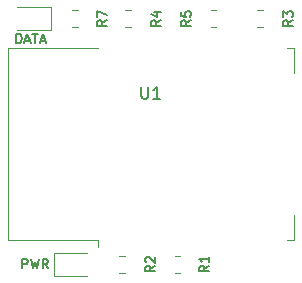
<source format=gbr>
G04 #@! TF.GenerationSoftware,KiCad,Pcbnew,6.0.5+dfsg-1~bpo11+1*
G04 #@! TF.ProjectId,esp8266_pzem16_ac,65737038-3236-4365-9f70-7a656d31365f,rev?*
G04 #@! TF.SameCoordinates,Original*
G04 #@! TF.FileFunction,Legend,Top*
G04 #@! TF.FilePolarity,Positive*
%FSLAX46Y46*%
G04 Gerber Fmt 4.6, Leading zero omitted, Abs format (unit mm)*
%MOMM*%
%LPD*%
G01*
G04 APERTURE LIST*
%ADD10C,0.150000*%
%ADD11C,0.120000*%
%ADD12R,1.000000X2.500000*%
%ADD13R,1.800000X1.000000*%
G04 APERTURE END LIST*
D10*
X84562904Y-32944333D02*
X84181952Y-33211000D01*
X84562904Y-33401476D02*
X83762904Y-33401476D01*
X83762904Y-33096714D01*
X83801000Y-33020523D01*
X83839095Y-32982428D01*
X83915285Y-32944333D01*
X84029571Y-32944333D01*
X84105761Y-32982428D01*
X84143857Y-33020523D01*
X84181952Y-33096714D01*
X84181952Y-33401476D01*
X83762904Y-32677666D02*
X83762904Y-32182428D01*
X84067666Y-32449095D01*
X84067666Y-32334809D01*
X84105761Y-32258619D01*
X84143857Y-32220523D01*
X84220047Y-32182428D01*
X84410523Y-32182428D01*
X84486714Y-32220523D01*
X84524809Y-32258619D01*
X84562904Y-32334809D01*
X84562904Y-32563380D01*
X84524809Y-32639571D01*
X84486714Y-32677666D01*
X77450904Y-53727333D02*
X77069952Y-53994000D01*
X77450904Y-54184476D02*
X76650904Y-54184476D01*
X76650904Y-53879714D01*
X76689000Y-53803523D01*
X76727095Y-53765428D01*
X76803285Y-53727333D01*
X76917571Y-53727333D01*
X76993761Y-53765428D01*
X77031857Y-53803523D01*
X77069952Y-53879714D01*
X77069952Y-54184476D01*
X77450904Y-52965428D02*
X77450904Y-53422571D01*
X77450904Y-53194000D02*
X76650904Y-53194000D01*
X76765190Y-53270190D01*
X76841380Y-53346380D01*
X76879476Y-53422571D01*
X75926904Y-32944333D02*
X75545952Y-33211000D01*
X75926904Y-33401476D02*
X75126904Y-33401476D01*
X75126904Y-33096714D01*
X75165000Y-33020523D01*
X75203095Y-32982428D01*
X75279285Y-32944333D01*
X75393571Y-32944333D01*
X75469761Y-32982428D01*
X75507857Y-33020523D01*
X75545952Y-33096714D01*
X75545952Y-33401476D01*
X75126904Y-32220523D02*
X75126904Y-32601476D01*
X75507857Y-32639571D01*
X75469761Y-32601476D01*
X75431666Y-32525285D01*
X75431666Y-32334809D01*
X75469761Y-32258619D01*
X75507857Y-32220523D01*
X75584047Y-32182428D01*
X75774523Y-32182428D01*
X75850714Y-32220523D01*
X75888809Y-32258619D01*
X75926904Y-32334809D01*
X75926904Y-32525285D01*
X75888809Y-32601476D01*
X75850714Y-32639571D01*
X68814904Y-32944333D02*
X68433952Y-33211000D01*
X68814904Y-33401476D02*
X68014904Y-33401476D01*
X68014904Y-33096714D01*
X68053000Y-33020523D01*
X68091095Y-32982428D01*
X68167285Y-32944333D01*
X68281571Y-32944333D01*
X68357761Y-32982428D01*
X68395857Y-33020523D01*
X68433952Y-33096714D01*
X68433952Y-33401476D01*
X68014904Y-32677666D02*
X68014904Y-32144333D01*
X68814904Y-32487190D01*
X61157000Y-34905904D02*
X61157000Y-34105904D01*
X61347476Y-34105904D01*
X61461761Y-34144000D01*
X61537952Y-34220190D01*
X61576047Y-34296380D01*
X61614142Y-34448761D01*
X61614142Y-34563047D01*
X61576047Y-34715428D01*
X61537952Y-34791619D01*
X61461761Y-34867809D01*
X61347476Y-34905904D01*
X61157000Y-34905904D01*
X61918904Y-34677333D02*
X62299857Y-34677333D01*
X61842714Y-34905904D02*
X62109380Y-34105904D01*
X62376047Y-34905904D01*
X62528428Y-34105904D02*
X62985571Y-34105904D01*
X62757000Y-34905904D02*
X62757000Y-34105904D01*
X63214142Y-34677333D02*
X63595095Y-34677333D01*
X63137952Y-34905904D02*
X63404619Y-34105904D01*
X63671285Y-34905904D01*
X73386904Y-32944333D02*
X73005952Y-33211000D01*
X73386904Y-33401476D02*
X72586904Y-33401476D01*
X72586904Y-33096714D01*
X72625000Y-33020523D01*
X72663095Y-32982428D01*
X72739285Y-32944333D01*
X72853571Y-32944333D01*
X72929761Y-32982428D01*
X72967857Y-33020523D01*
X73005952Y-33096714D01*
X73005952Y-33401476D01*
X72853571Y-32258619D02*
X73386904Y-32258619D01*
X72548809Y-32449095D02*
X73120238Y-32639571D01*
X73120238Y-32144333D01*
X71755095Y-38568380D02*
X71755095Y-39377904D01*
X71802714Y-39473142D01*
X71850333Y-39520761D01*
X71945571Y-39568380D01*
X72136047Y-39568380D01*
X72231285Y-39520761D01*
X72278904Y-39473142D01*
X72326523Y-39377904D01*
X72326523Y-38568380D01*
X73326523Y-39568380D02*
X72755095Y-39568380D01*
X73040809Y-39568380D02*
X73040809Y-38568380D01*
X72945571Y-38711238D01*
X72850333Y-38806476D01*
X72755095Y-38854095D01*
X61671333Y-53955904D02*
X61671333Y-53155904D01*
X61976095Y-53155904D01*
X62052285Y-53194000D01*
X62090380Y-53232095D01*
X62128476Y-53308285D01*
X62128476Y-53422571D01*
X62090380Y-53498761D01*
X62052285Y-53536857D01*
X61976095Y-53574952D01*
X61671333Y-53574952D01*
X62395142Y-53155904D02*
X62585619Y-53955904D01*
X62738000Y-53384476D01*
X62890380Y-53955904D01*
X63080857Y-53155904D01*
X63842761Y-53955904D02*
X63576095Y-53574952D01*
X63385619Y-53955904D02*
X63385619Y-53155904D01*
X63690380Y-53155904D01*
X63766571Y-53194000D01*
X63804666Y-53232095D01*
X63842761Y-53308285D01*
X63842761Y-53422571D01*
X63804666Y-53498761D01*
X63766571Y-53536857D01*
X63690380Y-53574952D01*
X63385619Y-53574952D01*
X72878904Y-53727333D02*
X72497952Y-53994000D01*
X72878904Y-54184476D02*
X72078904Y-54184476D01*
X72078904Y-53879714D01*
X72117000Y-53803523D01*
X72155095Y-53765428D01*
X72231285Y-53727333D01*
X72345571Y-53727333D01*
X72421761Y-53765428D01*
X72459857Y-53803523D01*
X72497952Y-53879714D01*
X72497952Y-54184476D01*
X72155095Y-53422571D02*
X72117000Y-53384476D01*
X72078904Y-53308285D01*
X72078904Y-53117809D01*
X72117000Y-53041619D01*
X72155095Y-53003523D01*
X72231285Y-52965428D01*
X72307476Y-52965428D01*
X72421761Y-53003523D01*
X72878904Y-53460666D01*
X72878904Y-52965428D01*
D11*
X81560936Y-33501000D02*
X82015064Y-33501000D01*
X81560936Y-32031000D02*
X82015064Y-32031000D01*
X75030064Y-52859000D02*
X74575936Y-52859000D01*
X75030064Y-54329000D02*
X74575936Y-54329000D01*
X77623936Y-33501000D02*
X78078064Y-33501000D01*
X77623936Y-32031000D02*
X78078064Y-32031000D01*
X66370564Y-33501000D02*
X65916436Y-33501000D01*
X66370564Y-32031000D02*
X65916436Y-32031000D01*
X64081000Y-33771000D02*
X64081000Y-31851000D01*
X61221000Y-33771000D02*
X64081000Y-33771000D01*
X64081000Y-31851000D02*
X61221000Y-31851000D01*
X70384936Y-33501000D02*
X70839064Y-33501000D01*
X70384936Y-32031000D02*
X70839064Y-32031000D01*
X68075000Y-51554000D02*
X60455000Y-51554000D01*
X84695000Y-49434000D02*
X84695000Y-51554000D01*
X60455000Y-51554000D02*
X60455000Y-35314000D01*
X84695000Y-35314000D02*
X84695000Y-37434000D01*
X84075000Y-35314000D02*
X84695000Y-35314000D01*
X60455000Y-35314000D02*
X68075000Y-35314000D01*
X68075000Y-51554000D02*
X68075000Y-52164000D01*
X84695000Y-51554000D02*
X84075000Y-51554000D01*
X64316000Y-54554000D02*
X67176000Y-54554000D01*
X67176000Y-52634000D02*
X64316000Y-52634000D01*
X64316000Y-52634000D02*
X64316000Y-54554000D01*
X70331064Y-52859000D02*
X69876936Y-52859000D01*
X70331064Y-54329000D02*
X69876936Y-54329000D01*
%LPC*%
G36*
G01*
X80363000Y-33216000D02*
X80363000Y-32316000D01*
G75*
G02*
X80613000Y-32066000I250000J0D01*
G01*
X81138000Y-32066000D01*
G75*
G02*
X81388000Y-32316000I0J-250000D01*
G01*
X81388000Y-33216000D01*
G75*
G02*
X81138000Y-33466000I-250000J0D01*
G01*
X80613000Y-33466000D01*
G75*
G02*
X80363000Y-33216000I0J250000D01*
G01*
G37*
G36*
G01*
X82188000Y-33216000D02*
X82188000Y-32316000D01*
G75*
G02*
X82438000Y-32066000I250000J0D01*
G01*
X82963000Y-32066000D01*
G75*
G02*
X83213000Y-32316000I0J-250000D01*
G01*
X83213000Y-33216000D01*
G75*
G02*
X82963000Y-33466000I-250000J0D01*
G01*
X82438000Y-33466000D01*
G75*
G02*
X82188000Y-33216000I0J250000D01*
G01*
G37*
G36*
G01*
X76228000Y-53144000D02*
X76228000Y-54044000D01*
G75*
G02*
X75978000Y-54294000I-250000J0D01*
G01*
X75453000Y-54294000D01*
G75*
G02*
X75203000Y-54044000I0J250000D01*
G01*
X75203000Y-53144000D01*
G75*
G02*
X75453000Y-52894000I250000J0D01*
G01*
X75978000Y-52894000D01*
G75*
G02*
X76228000Y-53144000I0J-250000D01*
G01*
G37*
G36*
G01*
X74403000Y-53144000D02*
X74403000Y-54044000D01*
G75*
G02*
X74153000Y-54294000I-250000J0D01*
G01*
X73628000Y-54294000D01*
G75*
G02*
X73378000Y-54044000I0J250000D01*
G01*
X73378000Y-53144000D01*
G75*
G02*
X73628000Y-52894000I250000J0D01*
G01*
X74153000Y-52894000D01*
G75*
G02*
X74403000Y-53144000I0J-250000D01*
G01*
G37*
G36*
G01*
X76426000Y-33216000D02*
X76426000Y-32316000D01*
G75*
G02*
X76676000Y-32066000I250000J0D01*
G01*
X77201000Y-32066000D01*
G75*
G02*
X77451000Y-32316000I0J-250000D01*
G01*
X77451000Y-33216000D01*
G75*
G02*
X77201000Y-33466000I-250000J0D01*
G01*
X76676000Y-33466000D01*
G75*
G02*
X76426000Y-33216000I0J250000D01*
G01*
G37*
G36*
G01*
X78251000Y-33216000D02*
X78251000Y-32316000D01*
G75*
G02*
X78501000Y-32066000I250000J0D01*
G01*
X79026000Y-32066000D01*
G75*
G02*
X79276000Y-32316000I0J-250000D01*
G01*
X79276000Y-33216000D01*
G75*
G02*
X79026000Y-33466000I-250000J0D01*
G01*
X78501000Y-33466000D01*
G75*
G02*
X78251000Y-33216000I0J250000D01*
G01*
G37*
G36*
G01*
X67568500Y-32316000D02*
X67568500Y-33216000D01*
G75*
G02*
X67318500Y-33466000I-250000J0D01*
G01*
X66793500Y-33466000D01*
G75*
G02*
X66543500Y-33216000I0J250000D01*
G01*
X66543500Y-32316000D01*
G75*
G02*
X66793500Y-32066000I250000J0D01*
G01*
X67318500Y-32066000D01*
G75*
G02*
X67568500Y-32316000I0J-250000D01*
G01*
G37*
G36*
G01*
X65743500Y-32316000D02*
X65743500Y-33216000D01*
G75*
G02*
X65493500Y-33466000I-250000J0D01*
G01*
X64968500Y-33466000D01*
G75*
G02*
X64718500Y-33216000I0J250000D01*
G01*
X64718500Y-32316000D01*
G75*
G02*
X64968500Y-32066000I250000J0D01*
G01*
X65493500Y-32066000D01*
G75*
G02*
X65743500Y-32316000I0J-250000D01*
G01*
G37*
G36*
G01*
X63821000Y-32361000D02*
X63821000Y-33261000D01*
G75*
G02*
X63571000Y-33511000I-250000J0D01*
G01*
X62921000Y-33511000D01*
G75*
G02*
X62671000Y-33261000I0J250000D01*
G01*
X62671000Y-32361000D01*
G75*
G02*
X62921000Y-32111000I250000J0D01*
G01*
X63571000Y-32111000D01*
G75*
G02*
X63821000Y-32361000I0J-250000D01*
G01*
G37*
G36*
G01*
X61771000Y-32361000D02*
X61771000Y-33261000D01*
G75*
G02*
X61521000Y-33511000I-250000J0D01*
G01*
X60871000Y-33511000D01*
G75*
G02*
X60621000Y-33261000I0J250000D01*
G01*
X60621000Y-32361000D01*
G75*
G02*
X60871000Y-32111000I250000J0D01*
G01*
X61521000Y-32111000D01*
G75*
G02*
X61771000Y-32361000I0J-250000D01*
G01*
G37*
G36*
G01*
X69187000Y-33216000D02*
X69187000Y-32316000D01*
G75*
G02*
X69437000Y-32066000I250000J0D01*
G01*
X69962000Y-32066000D01*
G75*
G02*
X70212000Y-32316000I0J-250000D01*
G01*
X70212000Y-33216000D01*
G75*
G02*
X69962000Y-33466000I-250000J0D01*
G01*
X69437000Y-33466000D01*
G75*
G02*
X69187000Y-33216000I0J250000D01*
G01*
G37*
G36*
G01*
X71012000Y-33216000D02*
X71012000Y-32316000D01*
G75*
G02*
X71262000Y-32066000I250000J0D01*
G01*
X71787000Y-32066000D01*
G75*
G02*
X72037000Y-32316000I0J-250000D01*
G01*
X72037000Y-33216000D01*
G75*
G02*
X71787000Y-33466000I-250000J0D01*
G01*
X71262000Y-33466000D01*
G75*
G02*
X71012000Y-33216000I0J250000D01*
G01*
G37*
D12*
X69075000Y-51034000D03*
X71075000Y-51034000D03*
X73075000Y-51034000D03*
X75075000Y-51034000D03*
X77075000Y-51034000D03*
X79075000Y-51034000D03*
X81075000Y-51034000D03*
X83075000Y-51034000D03*
D13*
X84575000Y-48434000D03*
X84575000Y-46434000D03*
X84575000Y-44434000D03*
X84575000Y-42434000D03*
X84575000Y-40434000D03*
X84575000Y-38434000D03*
D12*
X83075000Y-35834000D03*
X81075000Y-35834000D03*
X79075000Y-35834000D03*
X77075000Y-35834000D03*
X75075000Y-35834000D03*
X73075000Y-35834000D03*
X71075000Y-35834000D03*
X69075000Y-35834000D03*
G36*
G01*
X64576000Y-54044000D02*
X64576000Y-53144000D01*
G75*
G02*
X64826000Y-52894000I250000J0D01*
G01*
X65476000Y-52894000D01*
G75*
G02*
X65726000Y-53144000I0J-250000D01*
G01*
X65726000Y-54044000D01*
G75*
G02*
X65476000Y-54294000I-250000J0D01*
G01*
X64826000Y-54294000D01*
G75*
G02*
X64576000Y-54044000I0J250000D01*
G01*
G37*
G36*
G01*
X66626000Y-54044000D02*
X66626000Y-53144000D01*
G75*
G02*
X66876000Y-52894000I250000J0D01*
G01*
X67526000Y-52894000D01*
G75*
G02*
X67776000Y-53144000I0J-250000D01*
G01*
X67776000Y-54044000D01*
G75*
G02*
X67526000Y-54294000I-250000J0D01*
G01*
X66876000Y-54294000D01*
G75*
G02*
X66626000Y-54044000I0J250000D01*
G01*
G37*
G36*
G01*
X71529000Y-53144000D02*
X71529000Y-54044000D01*
G75*
G02*
X71279000Y-54294000I-250000J0D01*
G01*
X70754000Y-54294000D01*
G75*
G02*
X70504000Y-54044000I0J250000D01*
G01*
X70504000Y-53144000D01*
G75*
G02*
X70754000Y-52894000I250000J0D01*
G01*
X71279000Y-52894000D01*
G75*
G02*
X71529000Y-53144000I0J-250000D01*
G01*
G37*
G36*
G01*
X69704000Y-53144000D02*
X69704000Y-54044000D01*
G75*
G02*
X69454000Y-54294000I-250000J0D01*
G01*
X68929000Y-54294000D01*
G75*
G02*
X68679000Y-54044000I0J250000D01*
G01*
X68679000Y-53144000D01*
G75*
G02*
X68929000Y-52894000I250000J0D01*
G01*
X69454000Y-52894000D01*
G75*
G02*
X69704000Y-53144000I0J-250000D01*
G01*
G37*
M02*

</source>
